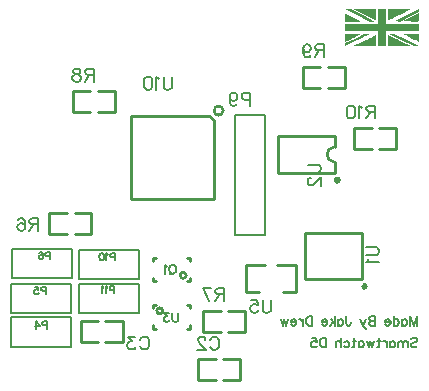
<source format=gbo>
G04 ---------------------------- Layer name :BOTTOM SILK LAYER*
G04 easyEDA 0.1*
G04 Scale: 100 percent, Rotated: No, Reflected: No *
G04 Dimensions in inches *
G04 leading zeros omitted , absolute positions ,2 integer and 4 * 
%FSLAX24Y24*%
%MOIN*%
G90*
G70D02*

%ADD10C,0.010000*%
%ADD11C,0.008000*%
%ADD12C,0.007992*%
%ADD13C,0.011811*%
%ADD14C,0.007000*%

%LPD*%

%LPD*%
G36*
G01X11777Y12228D02*
G01X11777Y12228D01*
G01X12188Y12021D01*
G01X12278Y12021D01*
G01X12368Y12021D01*
G01X11957Y12228D01*
G01X11547Y12434D01*
G01X11456Y12434D01*
G01X11365Y12434D01*
G01X11777Y12228D01*
G37*
G36*
G01X12013Y12248D02*
G01X12013Y12248D01*
G01X12013Y12248D01*
G01X12051Y12230D01*
G01X12088Y12211D01*
G01X12124Y12193D01*
G01X12158Y12176D01*
G01X12191Y12160D01*
G01X12222Y12145D01*
G01X12251Y12130D01*
G01X12278Y12117D01*
G01X12302Y12105D01*
G01X12324Y12094D01*
G01X12343Y12085D01*
G01X12360Y12077D01*
G01X12373Y12071D01*
G01X12382Y12066D01*
G01X12388Y12063D01*
G01X12390Y12063D01*
G01X12390Y12063D01*
G01X12392Y12066D01*
G01X12393Y12077D01*
G01X12393Y12094D01*
G01X12394Y12117D01*
G01X12395Y12145D01*
G01X12395Y12176D01*
G01X12395Y12211D01*
G01X12396Y12248D01*
G01X12396Y12436D01*
G01X12018Y12436D01*
G01X11639Y12436D01*
G01X12013Y12248D01*
G37*
G36*
G01X12477Y12188D02*
G01X12477Y12188D01*
G01X12477Y11940D01*
G01X11919Y11940D01*
G01X11363Y11940D01*
G01X11363Y11817D01*
G01X11363Y11694D01*
G01X11919Y11694D01*
G01X12477Y11694D01*
G01X12477Y11446D01*
G01X12477Y11198D01*
G01X12600Y11198D01*
G01X12722Y11198D01*
G01X12722Y11446D01*
G01X12722Y11694D01*
G01X13278Y11694D01*
G01X13835Y11694D01*
G01X13835Y11817D01*
G01X13835Y11940D01*
G01X13278Y11940D01*
G01X12722Y11940D01*
G01X12722Y12188D01*
G01X12722Y12436D01*
G01X12600Y12436D01*
G01X12477Y12436D01*
G01X12477Y12188D01*
G37*
G36*
G01X12803Y12248D02*
G01X12803Y12248D01*
G01X12803Y12248D01*
G01X12804Y12211D01*
G01X12804Y12176D01*
G01X12804Y12145D01*
G01X12805Y12117D01*
G01X12806Y12094D01*
G01X12806Y12077D01*
G01X12807Y12066D01*
G01X12809Y12063D01*
G01X12809Y12063D01*
G01X12811Y12063D01*
G01X12817Y12066D01*
G01X12826Y12071D01*
G01X12839Y12077D01*
G01X12856Y12085D01*
G01X12875Y12094D01*
G01X12896Y12105D01*
G01X12921Y12117D01*
G01X12948Y12130D01*
G01X12977Y12145D01*
G01X13008Y12160D01*
G01X13040Y12176D01*
G01X13075Y12193D01*
G01X13111Y12211D01*
G01X13148Y12230D01*
G01X13185Y12248D01*
G01X13559Y12436D01*
G01X13181Y12436D01*
G01X12803Y12436D01*
G01X12803Y12248D01*
G37*
G36*
G01X13425Y12230D02*
G01X13425Y12230D01*
G01X13017Y12025D01*
G01X13102Y12023D01*
G01X13188Y12021D01*
G01X13510Y12182D01*
G01X13510Y12182D01*
G01X13543Y12199D01*
G01X13575Y12215D01*
G01X13606Y12230D01*
G01X13636Y12245D01*
G01X13664Y12259D01*
G01X13691Y12272D01*
G01X13715Y12285D01*
G01X13739Y12297D01*
G01X13759Y12307D01*
G01X13778Y12317D01*
G01X13795Y12325D01*
G01X13808Y12332D01*
G01X13819Y12338D01*
G01X13828Y12342D01*
G01X13833Y12344D01*
G01X13835Y12346D01*
G01X13835Y12346D01*
G01X13835Y12349D01*
G01X13835Y12359D01*
G01X13835Y12373D01*
G01X13835Y12390D01*
G01X13832Y12434D01*
G01X13425Y12230D01*
G37*
G36*
G01X11363Y12159D02*
G01X11363Y12159D01*
G01X11363Y12021D01*
G01X11635Y12021D01*
G01X11907Y12021D01*
G01X11840Y12057D01*
G01X11840Y12057D01*
G01X11825Y12065D01*
G01X11807Y12074D01*
G01X11787Y12084D01*
G01X11765Y12096D01*
G01X11741Y12108D01*
G01X11716Y12121D01*
G01X11689Y12134D01*
G01X11662Y12148D01*
G01X11635Y12162D01*
G01X11607Y12175D01*
G01X11580Y12189D01*
G01X11554Y12202D01*
G01X11528Y12215D01*
G01X11504Y12227D01*
G01X11482Y12238D01*
G01X11461Y12248D01*
G01X11443Y12257D01*
G01X11427Y12265D01*
G01X11414Y12271D01*
G01X11405Y12276D01*
G01X11363Y12294D01*
G01X11363Y12159D01*
G37*
G36*
G01X13563Y12161D02*
G01X13563Y12161D01*
G01X13292Y12025D01*
G01X13561Y12023D01*
G01X13561Y12023D01*
G01X13598Y12022D01*
G01X13633Y12022D01*
G01X13667Y12022D01*
G01X13698Y12022D01*
G01X13727Y12022D01*
G01X13753Y12022D01*
G01X13776Y12022D01*
G01X13796Y12023D01*
G01X13812Y12023D01*
G01X13823Y12023D01*
G01X13831Y12023D01*
G01X13834Y12023D01*
G01X13834Y12023D01*
G01X13835Y12035D01*
G01X13835Y12065D01*
G01X13835Y12108D01*
G01X13835Y12161D01*
G01X13832Y12296D01*
G01X13563Y12161D01*
G37*
G36*
G01X11363Y11476D02*
G01X11363Y11476D01*
G01X11363Y11340D01*
G01X11405Y11359D01*
G01X11405Y11359D01*
G01X11414Y11363D01*
G01X11427Y11369D01*
G01X11443Y11377D01*
G01X11461Y11386D01*
G01X11482Y11396D01*
G01X11504Y11407D01*
G01X11528Y11419D01*
G01X11554Y11432D01*
G01X11580Y11445D01*
G01X11607Y11459D01*
G01X11635Y11472D01*
G01X11662Y11486D01*
G01X11689Y11500D01*
G01X11716Y11513D01*
G01X11741Y11526D01*
G01X11765Y11538D01*
G01X11787Y11550D01*
G01X11807Y11560D01*
G01X11825Y11569D01*
G01X11840Y11578D01*
G01X11907Y11613D01*
G01X11635Y11613D01*
G01X11363Y11613D01*
G01X11363Y11476D01*
G37*
G36*
G01X11685Y11451D02*
G01X11685Y11451D01*
G01X11363Y11290D01*
G01X11363Y11244D01*
G01X11363Y11198D01*
G01X11771Y11403D01*
G01X11771Y11403D01*
G01X11804Y11419D01*
G01X11837Y11436D01*
G01X11868Y11452D01*
G01X11899Y11467D01*
G01X11929Y11482D01*
G01X11958Y11497D01*
G01X11986Y11511D01*
G01X12012Y11524D01*
G01X12036Y11536D01*
G01X12059Y11548D01*
G01X12081Y11559D01*
G01X12100Y11569D01*
G01X12118Y11578D01*
G01X12134Y11586D01*
G01X12147Y11593D01*
G01X12159Y11599D01*
G01X12168Y11604D01*
G01X12174Y11607D01*
G01X12178Y11610D01*
G01X12180Y11611D01*
G01X12180Y11611D01*
G01X12173Y11611D01*
G01X12154Y11612D01*
G01X12127Y11612D01*
G01X12093Y11613D01*
G01X12007Y11613D01*
G01X11685Y11451D01*
G37*
G36*
G01X13240Y11405D02*
G01X13240Y11405D01*
G01X13652Y11200D01*
G01X13743Y11200D01*
G01X13832Y11200D01*
G01X13422Y11405D01*
G01X13010Y11613D01*
G01X12921Y11613D01*
G01X12830Y11613D01*
G01X13240Y11405D01*
G37*
G36*
G01X13451Y11530D02*
G01X13451Y11530D01*
G01X13451Y11530D01*
G01X13473Y11519D01*
G01X13497Y11506D01*
G01X13522Y11494D01*
G01X13547Y11481D01*
G01X13572Y11469D01*
G01X13597Y11456D01*
G01X13621Y11444D01*
G01X13645Y11432D01*
G01X13667Y11421D01*
G01X13688Y11411D01*
G01X13707Y11402D01*
G01X13723Y11394D01*
G01X13835Y11340D01*
G01X13835Y11476D01*
G01X13835Y11613D01*
G01X13564Y11613D01*
G01X13290Y11613D01*
G01X13451Y11530D01*
G37*
G36*
G01X12010Y11384D02*
G01X12010Y11384D01*
G01X11639Y11200D01*
G01X12018Y11198D01*
G01X12396Y11198D01*
G01X12396Y11386D01*
G01X12396Y11386D01*
G01X12395Y11435D01*
G01X12395Y11476D01*
G01X12395Y11509D01*
G01X12394Y11534D01*
G01X12393Y11552D01*
G01X12391Y11563D01*
G01X12390Y11570D01*
G01X12388Y11571D01*
G01X12388Y11571D01*
G01X12385Y11571D01*
G01X12378Y11568D01*
G01X12369Y11563D01*
G01X12355Y11557D01*
G01X12339Y11549D01*
G01X12320Y11539D01*
G01X12298Y11529D01*
G01X12274Y11517D01*
G01X12247Y11503D01*
G01X12218Y11489D01*
G01X12187Y11474D01*
G01X12154Y11457D01*
G01X12120Y11440D01*
G01X12085Y11422D01*
G01X12048Y11404D01*
G01X12010Y11384D01*
G37*
G36*
G01X12803Y11386D02*
G01X12803Y11386D01*
G01X12803Y11198D01*
G01X13181Y11200D01*
G01X13559Y11200D01*
G01X13185Y11386D01*
G01X13185Y11386D01*
G01X13148Y11405D01*
G01X13111Y11423D01*
G01X13075Y11441D01*
G01X13040Y11458D01*
G01X13008Y11475D01*
G01X12977Y11490D01*
G01X12948Y11504D01*
G01X12921Y11518D01*
G01X12896Y11530D01*
G01X12875Y11540D01*
G01X12856Y11550D01*
G01X12839Y11558D01*
G01X12826Y11564D01*
G01X12817Y11569D01*
G01X12811Y11572D01*
G01X12809Y11573D01*
G01X12809Y11573D01*
G01X12807Y11569D01*
G01X12806Y11558D01*
G01X12806Y11540D01*
G01X12805Y11518D01*
G01X12804Y11490D01*
G01X12804Y11458D01*
G01X12804Y11423D01*
G01X12803Y11386D01*
G37*

%LPD*%
G54D10*
G01X6980Y8740D02*
G01X6839Y8880D01*
G01X4219Y8880D01*
G01X4219Y6119D01*
G01X6980Y6119D01*
G01X6980Y8740D01*
G01X11936Y3453D02*
G01X11936Y4973D01*
G01X10017Y3444D02*
G01X10017Y4973D01*
G01X11936Y3444D02*
G01X10017Y3444D01*
G01X11936Y4973D02*
G01X10017Y4973D01*
G01X11014Y6967D02*
G01X9114Y6967D01*
G01X9114Y8207D01*
G01X11014Y8207D01*
G01X11014Y8207D02*
G01X11014Y7836D01*
G01X11014Y7336D02*
G01X11014Y6967D01*
G01X5068Y1788D02*
G01X4948Y1788D01*
G01X4948Y1788D02*
G01X4948Y1898D01*
G01X6089Y1788D02*
G01X6209Y1788D01*
G01X6209Y1788D02*
G01X6209Y1898D01*
G01X6209Y2459D02*
G01X6209Y2569D01*
G01X6209Y2569D02*
G01X6089Y2569D01*
G01X4948Y2459D02*
G01X4948Y2569D01*
G01X4948Y2569D02*
G01X5068Y2569D01*
G01X7469Y2388D02*
G01X8030Y2388D01*
G01X7219Y1688D02*
G01X6630Y1688D01*
G01X6630Y2388D01*
G01X7219Y2388D01*
G01X8030Y2388D02*
G01X8030Y1688D01*
G01X8030Y1688D02*
G01X7469Y1688D01*
G01X7309Y767D02*
G01X7868Y767D01*
G01X7059Y67D02*
G01X6468Y67D01*
G01X6468Y767D01*
G01X7059Y767D01*
G01X7868Y767D02*
G01X7868Y67D01*
G01X7868Y67D02*
G01X7309Y67D01*
G01X6088Y4153D02*
G01X6207Y4153D01*
G01X6207Y4153D02*
G01X6207Y4042D01*
G01X5068Y4153D02*
G01X4947Y4153D01*
G01X4947Y4153D02*
G01X4947Y4042D01*
G01X4947Y3482D02*
G01X4947Y3373D01*
G01X4947Y3373D02*
G01X5068Y3373D01*
G01X6207Y3482D02*
G01X6207Y3373D01*
G01X6207Y3373D02*
G01X6088Y3373D01*
G01X3126Y9700D02*
G01X3686Y9700D01*
G01X2876Y9000D02*
G01X2286Y9000D01*
G01X2286Y9700D01*
G01X2876Y9700D01*
G01X3686Y9700D02*
G01X3686Y9000D01*
G01X3686Y9000D02*
G01X3126Y9000D01*
G54D11*
G01X261Y4453D02*
G01X261Y3463D01*
G01X2261Y3463D01*
G01X2261Y4453D01*
G01X261Y4453D01*
G54D10*
G01X2350Y5625D02*
G01X2909Y5625D01*
G01X2100Y4925D02*
G01X1509Y4925D01*
G01X1509Y5625D01*
G01X2100Y5625D01*
G01X2909Y5625D02*
G01X2909Y4925D01*
G01X2909Y4925D02*
G01X2350Y4925D01*
G01X12501Y8475D02*
G01X13060Y8475D01*
G01X12251Y7775D02*
G01X11660Y7775D01*
G01X11660Y8475D01*
G01X12251Y8475D01*
G01X13060Y8475D02*
G01X13060Y7775D01*
G01X13060Y7775D02*
G01X12501Y7775D01*
G54D11*
G01X244Y2161D02*
G01X244Y1171D01*
G01X2244Y1171D01*
G01X2244Y2161D01*
G01X244Y2161D01*
G01X246Y3280D02*
G01X246Y2290D01*
G01X2246Y2290D01*
G01X2246Y3280D01*
G01X246Y3280D01*
G54D10*
G01X3117Y1353D02*
G01X2557Y1353D01*
G01X3367Y2053D02*
G01X3957Y2053D01*
G01X3957Y1353D01*
G01X3367Y1353D01*
G01X2557Y1353D02*
G01X2557Y2053D01*
G01X2557Y2053D02*
G01X3117Y2053D01*
G01X9739Y3919D02*
G01X9739Y3019D01*
G01X8060Y3019D02*
G01X8060Y3909D01*
G01X9739Y3919D02*
G01X9110Y3919D01*
G01X8689Y3919D02*
G01X8069Y3919D01*
G01X9739Y3019D02*
G01X9310Y3019D01*
G01X8489Y3019D02*
G01X8060Y3019D01*
G01X10789Y10519D02*
G01X11348Y10519D01*
G01X10539Y9819D02*
G01X9948Y9819D01*
G01X9948Y10519D01*
G01X10539Y10519D01*
G01X11348Y10519D02*
G01X11348Y9819D01*
G01X11348Y9819D02*
G01X10789Y9819D01*
G54D11*
G01X7700Y4900D02*
G01X8700Y4900D01*
G01X8700Y8900D01*
G01X7700Y8900D01*
G01X7700Y8150D01*
G54D12*
G01X7700Y4900D02*
G01X7700Y8150D01*
G54D11*
G01X2482Y4417D02*
G01X2482Y3428D01*
G01X4482Y3428D01*
G01X4482Y4417D01*
G01X2482Y4417D01*
G01X2484Y3286D02*
G01X2484Y2296D01*
G01X4484Y2296D01*
G01X4484Y3286D01*
G01X2484Y3286D01*
G54D14*
G01X5600Y10184D02*
G01X5600Y9878D01*
G01X5580Y9817D01*
G01X5539Y9776D01*
G01X5477Y9755D01*
G01X5435Y9755D01*
G01X5375Y9776D01*
G01X5334Y9817D01*
G01X5314Y9878D01*
G01X5314Y10184D01*
G01X5178Y10103D02*
G01X5138Y10123D01*
G01X5076Y10184D01*
G01X5076Y9755D01*
G01X4818Y10184D02*
G01X4880Y10165D01*
G01X4921Y10103D01*
G01X4940Y10001D01*
G01X4940Y9940D01*
G01X4921Y9838D01*
G01X4880Y9776D01*
G01X4818Y9755D01*
G01X4777Y9755D01*
G01X4715Y9776D01*
G01X4675Y9838D01*
G01X4655Y9940D01*
G01X4655Y10001D01*
G01X4675Y10103D01*
G01X4715Y10165D01*
G01X4777Y10184D01*
G01X4818Y10184D01*
G01X12056Y4513D02*
G01X12363Y4513D01*
G01X12424Y4494D01*
G01X12465Y4453D01*
G01X12485Y4390D01*
G01X12485Y4350D01*
G01X12465Y4288D01*
G01X12424Y4248D01*
G01X12363Y4228D01*
G01X12056Y4228D01*
G01X12138Y4092D02*
G01X12117Y4051D01*
G01X12056Y3990D01*
G01X12485Y3990D01*
G01X10124Y7256D02*
G01X10430Y7256D01*
G01X10492Y7236D01*
G01X10533Y7195D01*
G01X10553Y7133D01*
G01X10553Y7092D01*
G01X10533Y7031D01*
G01X10492Y6990D01*
G01X10430Y6970D01*
G01X10124Y6970D01*
G01X10226Y6814D02*
G01X10205Y6814D01*
G01X10164Y6794D01*
G01X10144Y6773D01*
G01X10124Y6732D01*
G01X10124Y6651D01*
G01X10144Y6610D01*
G01X10164Y6589D01*
G01X10205Y6569D01*
G01X10246Y6569D01*
G01X10287Y6589D01*
G01X10349Y6630D01*
G01X10553Y6835D01*
G01X10553Y6548D01*
G01X5794Y2299D02*
G01X5794Y2094D01*
G01X5781Y2053D01*
G01X5753Y2026D01*
G01X5713Y2012D01*
G01X5685Y2012D01*
G01X5644Y2026D01*
G01X5618Y2053D01*
G01X5603Y2094D01*
G01X5603Y2299D01*
G01X5486Y2299D02*
G01X5336Y2299D01*
G01X5418Y2190D01*
G01X5377Y2190D01*
G01X5350Y2176D01*
G01X5336Y2162D01*
G01X5322Y2121D01*
G01X5322Y2094D01*
G01X5336Y2053D01*
G01X5364Y2026D01*
G01X5405Y2012D01*
G01X5446Y2012D01*
G01X5486Y2026D01*
G01X5500Y2040D01*
G01X5514Y2067D01*
G01X7330Y3134D02*
G01X7330Y2705D01*
G01X7330Y3134D02*
G01X7146Y3134D01*
G01X7085Y3113D01*
G01X7064Y3094D01*
G01X7043Y3053D01*
G01X7043Y3011D01*
G01X7064Y2971D01*
G01X7085Y2950D01*
G01X7146Y2930D01*
G01X7330Y2930D01*
G01X7186Y2930D02*
G01X7043Y2705D01*
G01X6622Y3134D02*
G01X6827Y2705D01*
G01X6909Y3134D02*
G01X6622Y3134D01*
G01X6861Y1409D02*
G01X6882Y1451D01*
G01X6923Y1492D01*
G01X6964Y1511D01*
G01X7046Y1511D01*
G01X7086Y1492D01*
G01X7127Y1451D01*
G01X7148Y1409D01*
G01X7168Y1348D01*
G01X7168Y1246D01*
G01X7148Y1184D01*
G01X7127Y1144D01*
G01X7086Y1103D01*
G01X7046Y1082D01*
G01X6964Y1082D01*
G01X6923Y1103D01*
G01X6882Y1144D01*
G01X6861Y1184D01*
G01X6706Y1409D02*
G01X6706Y1430D01*
G01X6685Y1471D01*
G01X6665Y1492D01*
G01X6625Y1511D01*
G01X6543Y1511D01*
G01X6502Y1492D01*
G01X6481Y1471D01*
G01X6460Y1430D01*
G01X6460Y1390D01*
G01X6481Y1348D01*
G01X6522Y1286D01*
G01X6727Y1082D01*
G01X6440Y1082D01*
G01X5646Y3903D02*
G01X5672Y3890D01*
G01X5701Y3863D01*
G01X5714Y3834D01*
G01X5727Y3794D01*
G01X5727Y3726D01*
G01X5714Y3684D01*
G01X5701Y3657D01*
G01X5672Y3630D01*
G01X5646Y3617D01*
G01X5592Y3617D01*
G01X5564Y3630D01*
G01X5536Y3657D01*
G01X5522Y3684D01*
G01X5510Y3726D01*
G01X5510Y3794D01*
G01X5522Y3834D01*
G01X5536Y3863D01*
G01X5564Y3890D01*
G01X5592Y3903D01*
G01X5646Y3903D01*
G01X5605Y3671D02*
G01X5522Y3590D01*
G01X5419Y3848D02*
G01X5393Y3863D01*
G01X5352Y3903D01*
G01X5352Y3617D01*
G01X2986Y10444D02*
G01X2986Y10015D01*
G01X2986Y10444D02*
G01X2801Y10444D01*
G01X2740Y10425D01*
G01X2719Y10405D01*
G01X2700Y10363D01*
G01X2700Y10323D01*
G01X2719Y10282D01*
G01X2740Y10261D01*
G01X2801Y10240D01*
G01X2986Y10240D01*
G01X2842Y10240D02*
G01X2700Y10015D01*
G01X2461Y10444D02*
G01X2523Y10425D01*
G01X2544Y10384D01*
G01X2544Y10342D01*
G01X2523Y10301D01*
G01X2482Y10282D01*
G01X2401Y10261D01*
G01X2340Y10240D01*
G01X2298Y10200D01*
G01X2278Y10159D01*
G01X2278Y10098D01*
G01X2298Y10057D01*
G01X2319Y10036D01*
G01X2380Y10015D01*
G01X2461Y10015D01*
G01X2523Y10036D01*
G01X2544Y10057D01*
G01X2565Y10098D01*
G01X2565Y10159D01*
G01X2544Y10200D01*
G01X2503Y10240D01*
G01X2442Y10261D01*
G01X2359Y10282D01*
G01X2319Y10301D01*
G01X2298Y10342D01*
G01X2298Y10384D01*
G01X2319Y10425D01*
G01X2380Y10444D01*
G01X2461Y10444D01*
G01X1538Y4333D02*
G01X1538Y4095D01*
G01X1538Y4333D02*
G01X1436Y4333D01*
G01X1402Y4322D01*
G01X1390Y4311D01*
G01X1379Y4288D01*
G01X1379Y4254D01*
G01X1390Y4231D01*
G01X1402Y4220D01*
G01X1436Y4208D01*
G01X1538Y4208D01*
G01X1168Y4299D02*
G01X1179Y4322D01*
G01X1213Y4333D01*
G01X1236Y4333D01*
G01X1270Y4322D01*
G01X1293Y4288D01*
G01X1304Y4231D01*
G01X1304Y4174D01*
G01X1293Y4129D01*
G01X1270Y4106D01*
G01X1236Y4095D01*
G01X1224Y4095D01*
G01X1190Y4106D01*
G01X1168Y4129D01*
G01X1156Y4163D01*
G01X1156Y4174D01*
G01X1168Y4208D01*
G01X1190Y4231D01*
G01X1224Y4242D01*
G01X1236Y4242D01*
G01X1270Y4231D01*
G01X1293Y4208D01*
G01X1304Y4174D01*
G01X1130Y5469D02*
G01X1130Y5040D01*
G01X1130Y5469D02*
G01X946Y5469D01*
G01X884Y5450D01*
G01X863Y5430D01*
G01X844Y5388D01*
G01X844Y5348D01*
G01X863Y5307D01*
G01X884Y5286D01*
G01X946Y5265D01*
G01X1130Y5265D01*
G01X986Y5265D02*
G01X844Y5040D01*
G01X463Y5409D02*
G01X484Y5450D01*
G01X544Y5469D01*
G01X586Y5469D01*
G01X646Y5450D01*
G01X688Y5388D01*
G01X709Y5286D01*
G01X709Y5184D01*
G01X688Y5101D01*
G01X646Y5061D01*
G01X586Y5040D01*
G01X565Y5040D01*
G01X503Y5061D01*
G01X463Y5101D01*
G01X442Y5163D01*
G01X442Y5184D01*
G01X463Y5244D01*
G01X503Y5286D01*
G01X565Y5307D01*
G01X586Y5307D01*
G01X646Y5286D01*
G01X688Y5244D01*
G01X709Y5184D01*
G01X12360Y9219D02*
G01X12360Y8790D01*
G01X12360Y9219D02*
G01X12177Y9219D01*
G01X12115Y9200D01*
G01X12094Y9180D01*
G01X12075Y9138D01*
G01X12075Y9098D01*
G01X12094Y9057D01*
G01X12115Y9036D01*
G01X12177Y9015D01*
G01X12360Y9015D01*
G01X12218Y9015D02*
G01X12075Y8790D01*
G01X11939Y9138D02*
G01X11898Y9159D01*
G01X11836Y9219D01*
G01X11836Y8790D01*
G01X11580Y9219D02*
G01X11640Y9200D01*
G01X11681Y9138D01*
G01X11702Y9036D01*
G01X11702Y8975D01*
G01X11681Y8873D01*
G01X11640Y8811D01*
G01X11580Y8790D01*
G01X11539Y8790D01*
G01X11477Y8811D01*
G01X11435Y8873D01*
G01X11415Y8975D01*
G01X11415Y9036D01*
G01X11435Y9138D01*
G01X11477Y9200D01*
G01X11539Y9219D01*
G01X11580Y9219D01*
G01X1418Y2028D02*
G01X1418Y1789D01*
G01X1418Y2028D02*
G01X1316Y2028D01*
G01X1282Y2016D01*
G01X1270Y2005D01*
G01X1259Y1982D01*
G01X1259Y1948D01*
G01X1270Y1925D01*
G01X1282Y1914D01*
G01X1316Y1903D01*
G01X1418Y1903D01*
G01X1070Y2028D02*
G01X1184Y1868D01*
G01X1013Y1868D01*
G01X1070Y2028D02*
G01X1070Y1789D01*
G01X1386Y3176D02*
G01X1386Y2938D01*
G01X1386Y3176D02*
G01X1284Y3176D01*
G01X1250Y3165D01*
G01X1238Y3154D01*
G01X1226Y3131D01*
G01X1226Y3097D01*
G01X1238Y3074D01*
G01X1250Y3063D01*
G01X1284Y3051D01*
G01X1386Y3051D01*
G01X1015Y3176D02*
G01X1128Y3176D01*
G01X1140Y3074D01*
G01X1128Y3085D01*
G01X1094Y3097D01*
G01X1061Y3097D01*
G01X1026Y3085D01*
G01X1003Y3063D01*
G01X992Y3029D01*
G01X992Y3006D01*
G01X1003Y2972D01*
G01X1026Y2949D01*
G01X1061Y2938D01*
G01X1094Y2938D01*
G01X1128Y2949D01*
G01X1140Y2960D01*
G01X1151Y2983D01*
G01X4527Y1419D02*
G01X4548Y1459D01*
G01X4589Y1501D01*
G01X4630Y1521D01*
G01X4711Y1521D01*
G01X4752Y1501D01*
G01X4793Y1459D01*
G01X4814Y1419D01*
G01X4835Y1357D01*
G01X4835Y1255D01*
G01X4814Y1194D01*
G01X4793Y1153D01*
G01X4752Y1111D01*
G01X4711Y1092D01*
G01X4630Y1092D01*
G01X4589Y1111D01*
G01X4548Y1153D01*
G01X4527Y1194D01*
G01X4351Y1521D02*
G01X4126Y1521D01*
G01X4250Y1357D01*
G01X4188Y1357D01*
G01X4148Y1336D01*
G01X4126Y1317D01*
G01X4107Y1255D01*
G01X4107Y1215D01*
G01X4126Y1153D01*
G01X4167Y1111D01*
G01X4230Y1092D01*
G01X4290Y1092D01*
G01X4351Y1111D01*
G01X4373Y1132D01*
G01X4392Y1173D01*
G01X8900Y2751D02*
G01X8900Y2444D01*
G01X8880Y2382D01*
G01X8839Y2342D01*
G01X8777Y2321D01*
G01X8735Y2321D01*
G01X8675Y2342D01*
G01X8634Y2382D01*
G01X8614Y2444D01*
G01X8614Y2751D01*
G01X8232Y2751D02*
G01X8438Y2751D01*
G01X8457Y2567D01*
G01X8438Y2586D01*
G01X8376Y2607D01*
G01X8314Y2607D01*
G01X8253Y2586D01*
G01X8213Y2546D01*
G01X8192Y2484D01*
G01X8192Y2444D01*
G01X8213Y2382D01*
G01X8253Y2342D01*
G01X8314Y2321D01*
G01X8376Y2321D01*
G01X8438Y2342D01*
G01X8457Y2361D01*
G01X8478Y2403D01*
G01X10648Y11263D02*
G01X10648Y10834D01*
G01X10648Y11263D02*
G01X10464Y11263D01*
G01X10403Y11244D01*
G01X10382Y11223D01*
G01X10363Y11182D01*
G01X10363Y11142D01*
G01X10382Y11101D01*
G01X10403Y11080D01*
G01X10464Y11059D01*
G01X10648Y11059D01*
G01X10506Y11059D02*
G01X10363Y10834D01*
G01X9961Y11121D02*
G01X9981Y11059D01*
G01X10022Y11019D01*
G01X10084Y10998D01*
G01X10105Y10998D01*
G01X10165Y11019D01*
G01X10206Y11059D01*
G01X10227Y11121D01*
G01X10227Y11142D01*
G01X10206Y11203D01*
G01X10165Y11244D01*
G01X10105Y11263D01*
G01X10084Y11263D01*
G01X10022Y11244D01*
G01X9981Y11203D01*
G01X9961Y11121D01*
G01X9961Y11019D01*
G01X9981Y10917D01*
G01X10022Y10855D01*
G01X10084Y10834D01*
G01X10125Y10834D01*
G01X10186Y10855D01*
G01X10206Y10896D01*
G01X8200Y9644D02*
G01X8200Y9215D01*
G01X8200Y9644D02*
G01X8015Y9644D01*
G01X7955Y9625D01*
G01X7934Y9605D01*
G01X7914Y9563D01*
G01X7914Y9501D01*
G01X7934Y9461D01*
G01X7955Y9440D01*
G01X8015Y9419D01*
G01X8200Y9419D01*
G01X7513Y9501D02*
G01X7532Y9440D01*
G01X7573Y9400D01*
G01X7635Y9380D01*
G01X7656Y9380D01*
G01X7717Y9400D01*
G01X7757Y9440D01*
G01X7778Y9501D01*
G01X7778Y9523D01*
G01X7757Y9584D01*
G01X7717Y9625D01*
G01X7656Y9644D01*
G01X7635Y9644D01*
G01X7573Y9625D01*
G01X7532Y9584D01*
G01X7513Y9501D01*
G01X7513Y9400D01*
G01X7532Y9298D01*
G01X7573Y9236D01*
G01X7635Y9215D01*
G01X7676Y9215D01*
G01X7738Y9236D01*
G01X7757Y9276D01*
G01X3703Y4298D02*
G01X3703Y4061D01*
G01X3703Y4298D02*
G01X3601Y4298D01*
G01X3567Y4288D01*
G01X3555Y4276D01*
G01X3544Y4253D01*
G01X3544Y4219D01*
G01X3555Y4196D01*
G01X3567Y4186D01*
G01X3601Y4173D01*
G01X3703Y4173D01*
G01X3469Y4253D02*
G01X3446Y4265D01*
G01X3412Y4298D01*
G01X3412Y4061D01*
G01X3269Y4298D02*
G01X3303Y4288D01*
G01X3326Y4253D01*
G01X3337Y4196D01*
G01X3337Y4163D01*
G01X3326Y4105D01*
G01X3303Y4071D01*
G01X3269Y4061D01*
G01X3246Y4061D01*
G01X3212Y4071D01*
G01X3189Y4105D01*
G01X3178Y4163D01*
G01X3178Y4196D01*
G01X3189Y4253D01*
G01X3212Y4288D01*
G01X3246Y4298D01*
G01X3269Y4298D01*
G01X3673Y3201D02*
G01X3673Y2963D01*
G01X3673Y3201D02*
G01X3571Y3201D01*
G01X3537Y3190D01*
G01X3525Y3178D01*
G01X3514Y3155D01*
G01X3514Y3121D01*
G01X3525Y3098D01*
G01X3537Y3088D01*
G01X3571Y3076D01*
G01X3673Y3076D01*
G01X3439Y3155D02*
G01X3416Y3167D01*
G01X3382Y3201D01*
G01X3382Y2963D01*
G01X3307Y3155D02*
G01X3284Y3167D01*
G01X3250Y3201D01*
G01X3250Y2963D01*
G54D11*
G01X13771Y2200D02*
G01X13771Y1888D01*
G01X13771Y2200D02*
G01X13652Y1888D01*
G01X13533Y2200D02*
G01X13652Y1888D01*
G01X13533Y2200D02*
G01X13533Y1888D01*
G01X13257Y2096D02*
G01X13257Y1888D01*
G01X13257Y2051D02*
G01X13286Y2081D01*
G01X13316Y2096D01*
G01X13361Y2096D01*
G01X13390Y2081D01*
G01X13420Y2051D01*
G01X13435Y2007D01*
G01X13435Y1977D01*
G01X13420Y1932D01*
G01X13390Y1903D01*
G01X13361Y1888D01*
G01X13316Y1888D01*
G01X13286Y1903D01*
G01X13257Y1932D01*
G01X12980Y2200D02*
G01X12980Y1888D01*
G01X12980Y2051D02*
G01X13010Y2081D01*
G01X13040Y2096D01*
G01X13084Y2096D01*
G01X13114Y2081D01*
G01X13144Y2051D01*
G01X13159Y2007D01*
G01X13159Y1977D01*
G01X13144Y1932D01*
G01X13114Y1903D01*
G01X13084Y1888D01*
G01X13040Y1888D01*
G01X13010Y1903D01*
G01X12980Y1932D01*
G01X12882Y2007D02*
G01X12704Y2007D01*
G01X12704Y2036D01*
G01X12719Y2066D01*
G01X12734Y2081D01*
G01X12764Y2096D01*
G01X12808Y2096D01*
G01X12838Y2081D01*
G01X12867Y2051D01*
G01X12882Y2007D01*
G01X12882Y1977D01*
G01X12867Y1932D01*
G01X12838Y1903D01*
G01X12808Y1888D01*
G01X12764Y1888D01*
G01X12734Y1903D01*
G01X12704Y1932D01*
G01X12377Y2200D02*
G01X12377Y1888D01*
G01X12377Y2200D02*
G01X12244Y2200D01*
G01X12199Y2185D01*
G01X12184Y2170D01*
G01X12169Y2140D01*
G01X12169Y2111D01*
G01X12184Y2081D01*
G01X12199Y2066D01*
G01X12244Y2051D01*
G01X12377Y2051D02*
G01X12244Y2051D01*
G01X12199Y2036D01*
G01X12184Y2021D01*
G01X12169Y1992D01*
G01X12169Y1947D01*
G01X12184Y1917D01*
G01X12199Y1903D01*
G01X12244Y1888D01*
G01X12377Y1888D01*
G01X12056Y2096D02*
G01X11967Y1888D01*
G01X11878Y2096D02*
G01X11967Y1888D01*
G01X11997Y1828D01*
G01X12027Y1799D01*
G01X12056Y1784D01*
G01X12071Y1784D01*
G01X11403Y2200D02*
G01X11403Y1962D01*
G01X11418Y1917D01*
G01X11433Y1903D01*
G01X11462Y1888D01*
G01X11492Y1888D01*
G01X11522Y1903D01*
G01X11537Y1917D01*
G01X11551Y1962D01*
G01X11551Y1992D01*
G01X11127Y2096D02*
G01X11127Y1888D01*
G01X11127Y2051D02*
G01X11156Y2081D01*
G01X11186Y2096D01*
G01X11231Y2096D01*
G01X11260Y2081D01*
G01X11290Y2051D01*
G01X11305Y2007D01*
G01X11305Y1977D01*
G01X11290Y1932D01*
G01X11260Y1903D01*
G01X11231Y1888D01*
G01X11186Y1888D01*
G01X11156Y1903D01*
G01X11127Y1932D01*
G01X11029Y2200D02*
G01X11029Y1888D01*
G01X10880Y2096D02*
G01X11029Y1947D01*
G01X10969Y2007D02*
G01X10865Y1888D01*
G01X10767Y2007D02*
G01X10589Y2007D01*
G01X10589Y2036D01*
G01X10604Y2066D01*
G01X10619Y2081D01*
G01X10648Y2096D01*
G01X10693Y2096D01*
G01X10723Y2081D01*
G01X10752Y2051D01*
G01X10767Y2007D01*
G01X10767Y1977D01*
G01X10752Y1932D01*
G01X10723Y1903D01*
G01X10693Y1888D01*
G01X10648Y1888D01*
G01X10619Y1903D01*
G01X10589Y1932D01*
G01X10262Y2200D02*
G01X10262Y1888D01*
G01X10262Y2200D02*
G01X10158Y2200D01*
G01X10114Y2185D01*
G01X10084Y2155D01*
G01X10069Y2126D01*
G01X10054Y2081D01*
G01X10054Y2007D01*
G01X10069Y1962D01*
G01X10084Y1932D01*
G01X10114Y1903D01*
G01X10158Y1888D01*
G01X10262Y1888D01*
G01X9956Y2096D02*
G01X9956Y1888D01*
G01X9956Y2007D02*
G01X9941Y2051D01*
G01X9912Y2081D01*
G01X9882Y2096D01*
G01X9837Y2096D01*
G01X9739Y2007D02*
G01X9561Y2007D01*
G01X9561Y2036D01*
G01X9576Y2066D01*
G01X9591Y2081D01*
G01X9621Y2096D01*
G01X9665Y2096D01*
G01X9695Y2081D01*
G01X9725Y2051D01*
G01X9739Y2007D01*
G01X9739Y1977D01*
G01X9725Y1932D01*
G01X9695Y1903D01*
G01X9665Y1888D01*
G01X9621Y1888D01*
G01X9591Y1903D01*
G01X9561Y1932D01*
G01X9463Y2096D02*
G01X9404Y1888D01*
G01X9344Y2096D02*
G01X9404Y1888D01*
G01X9344Y2096D02*
G01X9285Y1888D01*
G01X9225Y2096D02*
G01X9285Y1888D01*
G01X13563Y1428D02*
G01X13592Y1458D01*
G01X13637Y1473D01*
G01X13696Y1473D01*
G01X13741Y1458D01*
G01X13771Y1428D01*
G01X13771Y1399D01*
G01X13756Y1369D01*
G01X13741Y1354D01*
G01X13711Y1339D01*
G01X13622Y1310D01*
G01X13592Y1295D01*
G01X13577Y1280D01*
G01X13563Y1250D01*
G01X13563Y1206D01*
G01X13592Y1176D01*
G01X13637Y1161D01*
G01X13696Y1161D01*
G01X13741Y1176D01*
G01X13771Y1206D01*
G01X13464Y1369D02*
G01X13464Y1161D01*
G01X13464Y1310D02*
G01X13420Y1354D01*
G01X13390Y1369D01*
G01X13346Y1369D01*
G01X13316Y1354D01*
G01X13301Y1310D01*
G01X13301Y1161D01*
G01X13301Y1310D02*
G01X13257Y1354D01*
G01X13227Y1369D01*
G01X13182Y1369D01*
G01X13153Y1354D01*
G01X13138Y1310D01*
G01X13138Y1161D01*
G01X12861Y1369D02*
G01X12861Y1161D01*
G01X12861Y1324D02*
G01X12891Y1354D01*
G01X12921Y1369D01*
G01X12965Y1369D01*
G01X12995Y1354D01*
G01X13025Y1324D01*
G01X13040Y1280D01*
G01X13040Y1250D01*
G01X13025Y1206D01*
G01X12995Y1176D01*
G01X12965Y1161D01*
G01X12921Y1161D01*
G01X12891Y1176D01*
G01X12861Y1206D01*
G01X12764Y1369D02*
G01X12764Y1161D01*
G01X12764Y1280D02*
G01X12749Y1324D01*
G01X12719Y1354D01*
G01X12689Y1369D01*
G01X12645Y1369D01*
G01X12502Y1473D02*
G01X12502Y1221D01*
G01X12487Y1176D01*
G01X12457Y1161D01*
G01X12428Y1161D01*
G01X12547Y1369D02*
G01X12443Y1369D01*
G01X12330Y1369D02*
G01X12270Y1161D01*
G01X12211Y1369D02*
G01X12270Y1161D01*
G01X12211Y1369D02*
G01X12152Y1161D01*
G01X12092Y1369D02*
G01X12152Y1161D01*
G01X11816Y1369D02*
G01X11816Y1161D01*
G01X11816Y1324D02*
G01X11846Y1354D01*
G01X11875Y1369D01*
G01X11920Y1369D01*
G01X11950Y1354D01*
G01X11979Y1324D01*
G01X11994Y1280D01*
G01X11994Y1250D01*
G01X11979Y1206D01*
G01X11950Y1176D01*
G01X11920Y1161D01*
G01X11875Y1161D01*
G01X11846Y1176D01*
G01X11816Y1206D01*
G01X11673Y1473D02*
G01X11673Y1221D01*
G01X11658Y1176D01*
G01X11629Y1161D01*
G01X11599Y1161D01*
G01X11718Y1369D02*
G01X11614Y1369D01*
G01X11323Y1324D02*
G01X11352Y1354D01*
G01X11382Y1369D01*
G01X11427Y1369D01*
G01X11456Y1354D01*
G01X11486Y1324D01*
G01X11501Y1280D01*
G01X11501Y1250D01*
G01X11486Y1206D01*
G01X11456Y1176D01*
G01X11427Y1161D01*
G01X11382Y1161D01*
G01X11352Y1176D01*
G01X11323Y1206D01*
G01X11225Y1473D02*
G01X11225Y1161D01*
G01X11225Y1310D02*
G01X11180Y1354D01*
G01X11150Y1369D01*
G01X11106Y1369D01*
G01X11076Y1354D01*
G01X11061Y1310D01*
G01X11061Y1161D01*
G01X10735Y1473D02*
G01X10735Y1161D01*
G01X10735Y1473D02*
G01X10631Y1473D01*
G01X10586Y1458D01*
G01X10556Y1428D01*
G01X10541Y1399D01*
G01X10527Y1354D01*
G01X10527Y1280D01*
G01X10541Y1235D01*
G01X10556Y1206D01*
G01X10586Y1176D01*
G01X10631Y1161D01*
G01X10735Y1161D01*
G01X10250Y1473D02*
G01X10399Y1473D01*
G01X10414Y1339D01*
G01X10399Y1354D01*
G01X10354Y1369D01*
G01X10310Y1369D01*
G01X10265Y1354D01*
G01X10235Y1324D01*
G01X10221Y1280D01*
G01X10221Y1250D01*
G01X10235Y1206D01*
G01X10265Y1176D01*
G01X10310Y1161D01*
G01X10354Y1161D01*
G01X10399Y1176D01*
G01X10414Y1191D01*
G01X10428Y1221D01*
G54D13*
G75*
G01X12017Y3253D02*
G02X12015Y3253I-1J-59D01*
G01*
G54D10*
G75*
G01X11014Y7836D02*
G03X11014Y7336I0J-250D01*
G01*
G75*
G01X7300Y9050D02*
G03X7300Y9050I-150J0D01*
G01*
G75*
G01X11178Y6736D02*
G03X11178Y6736I-75J0D01*
G01*
G75*
G01X5289Y2378D02*
G03X5289Y2378I-100J0D01*
G01*
G75*
G01X6068Y3563D02*
G03X6068Y3563I-100J0D01*
G01*

M00*
M02*
</source>
